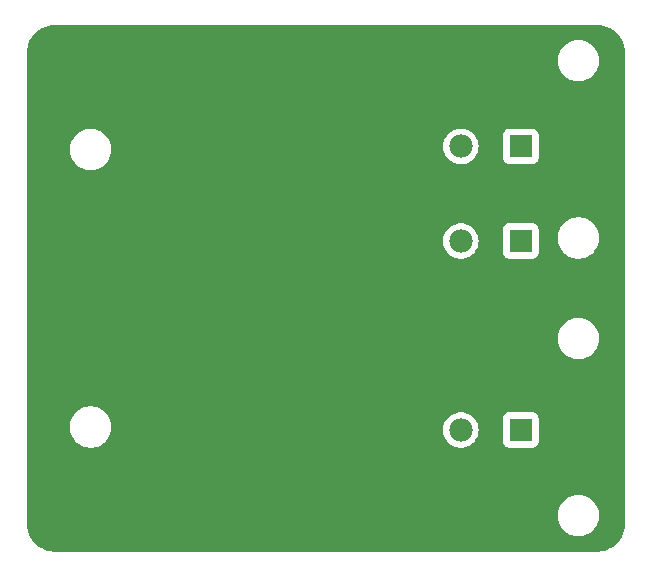
<source format=gbr>
%TF.GenerationSoftware,KiCad,Pcbnew,8.0.0*%
%TF.CreationDate,2024-04-01T22:39:33+02:00*%
%TF.ProjectId,Parkside_Contacts_Fused,5061726b-7369-4646-955f-436f6e746163,rev?*%
%TF.SameCoordinates,Original*%
%TF.FileFunction,Copper,L2,Bot*%
%TF.FilePolarity,Positive*%
%FSLAX46Y46*%
G04 Gerber Fmt 4.6, Leading zero omitted, Abs format (unit mm)*
G04 Created by KiCad (PCBNEW 8.0.0) date 2024-04-01 22:39:33*
%MOMM*%
%LPD*%
G01*
G04 APERTURE LIST*
%TA.AperFunction,ComponentPad*%
%ADD10C,1.980000*%
%TD*%
%TA.AperFunction,ComponentPad*%
%ADD11R,1.980000X1.980000*%
%TD*%
G04 APERTURE END LIST*
D10*
%TO.P,J3,1,Pin_1*%
%TO.N,GND*%
X112920000Y-139500000D03*
D11*
X118000000Y-139500000D03*
%TD*%
D10*
%TO.P,J2,1,Pin_1*%
%TO.N,unconnected-(J2-Pin_1-Pad1)_0*%
X112920000Y-123500000D03*
D11*
%TO.N,unconnected-(J2-Pin_1-Pad1)*%
X118000000Y-123500000D03*
%TD*%
D10*
%TO.P,J1,1,Pin_1*%
%TO.N,Net-(J1-Pin_1)*%
X112920000Y-115500000D03*
D11*
X118000000Y-115500000D03*
%TD*%
%TA.AperFunction,NonConductor*%
G36*
X124503736Y-105200726D02*
G01*
X124769690Y-105216813D01*
X124784551Y-105218617D01*
X125042938Y-105265968D01*
X125057463Y-105269549D01*
X125308251Y-105347698D01*
X125322242Y-105353003D01*
X125561798Y-105460818D01*
X125575044Y-105467771D01*
X125799852Y-105603672D01*
X125812163Y-105612170D01*
X126018949Y-105774176D01*
X126030157Y-105784106D01*
X126215893Y-105969842D01*
X126225823Y-105981050D01*
X126387825Y-106187830D01*
X126396331Y-106200153D01*
X126532225Y-106424949D01*
X126539184Y-106438208D01*
X126646994Y-106677752D01*
X126652303Y-106691753D01*
X126730448Y-106942529D01*
X126734032Y-106957068D01*
X126781381Y-107215447D01*
X126783186Y-107230311D01*
X126799274Y-107496263D01*
X126799500Y-107503750D01*
X126799500Y-147496249D01*
X126799274Y-147503736D01*
X126783186Y-147769688D01*
X126781381Y-147784552D01*
X126734032Y-148042931D01*
X126730448Y-148057470D01*
X126652303Y-148308246D01*
X126646994Y-148322247D01*
X126539184Y-148561791D01*
X126532225Y-148575050D01*
X126396331Y-148799846D01*
X126387825Y-148812169D01*
X126225823Y-149018949D01*
X126215893Y-149030157D01*
X126030157Y-149215893D01*
X126018949Y-149225823D01*
X125812169Y-149387825D01*
X125799846Y-149396331D01*
X125575050Y-149532225D01*
X125561791Y-149539184D01*
X125322247Y-149646994D01*
X125308246Y-149652303D01*
X125057470Y-149730448D01*
X125042931Y-149734032D01*
X124784552Y-149781381D01*
X124769688Y-149783186D01*
X124503736Y-149799274D01*
X124496249Y-149799500D01*
X78503751Y-149799500D01*
X78496264Y-149799274D01*
X78230311Y-149783186D01*
X78215447Y-149781381D01*
X77957068Y-149734032D01*
X77942529Y-149730448D01*
X77691753Y-149652303D01*
X77677752Y-149646994D01*
X77438208Y-149539184D01*
X77424949Y-149532225D01*
X77200153Y-149396331D01*
X77187830Y-149387825D01*
X76981050Y-149225823D01*
X76969842Y-149215893D01*
X76784106Y-149030157D01*
X76774176Y-149018949D01*
X76612174Y-148812169D01*
X76603672Y-148799852D01*
X76467771Y-148575044D01*
X76460818Y-148561798D01*
X76353003Y-148322242D01*
X76347696Y-148308246D01*
X76269549Y-148057463D01*
X76265967Y-148042931D01*
X76249498Y-147953063D01*
X76218617Y-147784551D01*
X76216813Y-147769688D01*
X76214086Y-147724612D01*
X76200726Y-147503736D01*
X76200500Y-147496249D01*
X76200500Y-146864741D01*
X121099500Y-146864741D01*
X121124446Y-147054215D01*
X121129452Y-147092238D01*
X121129453Y-147092240D01*
X121188842Y-147313887D01*
X121276650Y-147525876D01*
X121276657Y-147525890D01*
X121391392Y-147724617D01*
X121531081Y-147906661D01*
X121531089Y-147906670D01*
X121693330Y-148068911D01*
X121693338Y-148068918D01*
X121875382Y-148208607D01*
X121875385Y-148208608D01*
X121875388Y-148208611D01*
X122074112Y-148323344D01*
X122074117Y-148323346D01*
X122074123Y-148323349D01*
X122165480Y-148361190D01*
X122286113Y-148411158D01*
X122507762Y-148470548D01*
X122735266Y-148500500D01*
X122735273Y-148500500D01*
X122964727Y-148500500D01*
X122964734Y-148500500D01*
X123192238Y-148470548D01*
X123413887Y-148411158D01*
X123625888Y-148323344D01*
X123824612Y-148208611D01*
X124006661Y-148068919D01*
X124006665Y-148068914D01*
X124006670Y-148068911D01*
X124168911Y-147906670D01*
X124168914Y-147906665D01*
X124168919Y-147906661D01*
X124308611Y-147724612D01*
X124423344Y-147525888D01*
X124511158Y-147313887D01*
X124570548Y-147092238D01*
X124600500Y-146864734D01*
X124600500Y-146635266D01*
X124570548Y-146407762D01*
X124511158Y-146186113D01*
X124423344Y-145974112D01*
X124308611Y-145775388D01*
X124308608Y-145775385D01*
X124308607Y-145775382D01*
X124168918Y-145593338D01*
X124168911Y-145593330D01*
X124006670Y-145431089D01*
X124006661Y-145431081D01*
X123824617Y-145291392D01*
X123625890Y-145176657D01*
X123625876Y-145176650D01*
X123413887Y-145088842D01*
X123192238Y-145029452D01*
X123154215Y-145024446D01*
X122964741Y-144999500D01*
X122964734Y-144999500D01*
X122735266Y-144999500D01*
X122735258Y-144999500D01*
X122518715Y-145028009D01*
X122507762Y-145029452D01*
X122414076Y-145054554D01*
X122286112Y-145088842D01*
X122074123Y-145176650D01*
X122074109Y-145176657D01*
X121875382Y-145291392D01*
X121693338Y-145431081D01*
X121531081Y-145593338D01*
X121391392Y-145775382D01*
X121276657Y-145974109D01*
X121276650Y-145974123D01*
X121188842Y-146186112D01*
X121129453Y-146407759D01*
X121129451Y-146407770D01*
X121099500Y-146635258D01*
X121099500Y-146864741D01*
X76200500Y-146864741D01*
X76200500Y-139364741D01*
X79829500Y-139364741D01*
X79847308Y-139500000D01*
X79859452Y-139592238D01*
X79859453Y-139592240D01*
X79918842Y-139813887D01*
X80006650Y-140025876D01*
X80006657Y-140025890D01*
X80121392Y-140224617D01*
X80261081Y-140406661D01*
X80261089Y-140406670D01*
X80423330Y-140568911D01*
X80423338Y-140568918D01*
X80423339Y-140568919D01*
X80473962Y-140607764D01*
X80605382Y-140708607D01*
X80605385Y-140708608D01*
X80605388Y-140708611D01*
X80804112Y-140823344D01*
X80804117Y-140823346D01*
X80804123Y-140823349D01*
X80862543Y-140847547D01*
X81016113Y-140911158D01*
X81237762Y-140970548D01*
X81465266Y-141000500D01*
X81465273Y-141000500D01*
X81694727Y-141000500D01*
X81694734Y-141000500D01*
X81922238Y-140970548D01*
X82143887Y-140911158D01*
X82355888Y-140823344D01*
X82554612Y-140708611D01*
X82736661Y-140568919D01*
X82736665Y-140568914D01*
X82736670Y-140568911D01*
X82898911Y-140406670D01*
X82898914Y-140406665D01*
X82898919Y-140406661D01*
X83038611Y-140224612D01*
X83153344Y-140025888D01*
X83241158Y-139813887D01*
X83300548Y-139592238D01*
X83312691Y-139500005D01*
X111424392Y-139500005D01*
X111444789Y-139746165D01*
X111444789Y-139746168D01*
X111444790Y-139746169D01*
X111505428Y-139985623D01*
X111604652Y-140211831D01*
X111739755Y-140418621D01*
X111907052Y-140600355D01*
X111907055Y-140600357D01*
X111907058Y-140600360D01*
X112101971Y-140752067D01*
X112101977Y-140752071D01*
X112101980Y-140752073D01*
X112319221Y-140869638D01*
X112440162Y-140911157D01*
X112552846Y-140949842D01*
X112552848Y-140949842D01*
X112552850Y-140949843D01*
X112796494Y-140990500D01*
X112796495Y-140990500D01*
X113043505Y-140990500D01*
X113043506Y-140990500D01*
X113287150Y-140949843D01*
X113520779Y-140869638D01*
X113738020Y-140752073D01*
X113763380Y-140732335D01*
X113803476Y-140701126D01*
X113932948Y-140600355D01*
X113990469Y-140537870D01*
X116509500Y-140537870D01*
X116509501Y-140537876D01*
X116515908Y-140597483D01*
X116566202Y-140732328D01*
X116566206Y-140732335D01*
X116652452Y-140847544D01*
X116652455Y-140847547D01*
X116767664Y-140933793D01*
X116767671Y-140933797D01*
X116902517Y-140984091D01*
X116902516Y-140984091D01*
X116909444Y-140984835D01*
X116962127Y-140990500D01*
X119037872Y-140990499D01*
X119097483Y-140984091D01*
X119232331Y-140933796D01*
X119347546Y-140847546D01*
X119433796Y-140732331D01*
X119484091Y-140597483D01*
X119490500Y-140537873D01*
X119490499Y-138462128D01*
X119484091Y-138402517D01*
X119433796Y-138267669D01*
X119433795Y-138267668D01*
X119433793Y-138267664D01*
X119347547Y-138152455D01*
X119347544Y-138152452D01*
X119232335Y-138066206D01*
X119232328Y-138066202D01*
X119097482Y-138015908D01*
X119097483Y-138015908D01*
X119037883Y-138009501D01*
X119037881Y-138009500D01*
X119037873Y-138009500D01*
X119037864Y-138009500D01*
X116962129Y-138009500D01*
X116962123Y-138009501D01*
X116902516Y-138015908D01*
X116767671Y-138066202D01*
X116767664Y-138066206D01*
X116652455Y-138152452D01*
X116652452Y-138152455D01*
X116566206Y-138267664D01*
X116566202Y-138267671D01*
X116515908Y-138402517D01*
X116509501Y-138462116D01*
X116509501Y-138462123D01*
X116509500Y-138462135D01*
X116509500Y-140537870D01*
X113990469Y-140537870D01*
X114100245Y-140418621D01*
X114235348Y-140211831D01*
X114334572Y-139985623D01*
X114395210Y-139746169D01*
X114415608Y-139500000D01*
X114395210Y-139253831D01*
X114334572Y-139014377D01*
X114235348Y-138788169D01*
X114100245Y-138581379D01*
X113932948Y-138399645D01*
X113932943Y-138399641D01*
X113932941Y-138399639D01*
X113738028Y-138247932D01*
X113738022Y-138247928D01*
X113520780Y-138130362D01*
X113520771Y-138130359D01*
X113287153Y-138050157D01*
X113081907Y-138015908D01*
X113043506Y-138009500D01*
X112796494Y-138009500D01*
X112758093Y-138015908D01*
X112552846Y-138050157D01*
X112319228Y-138130359D01*
X112319219Y-138130362D01*
X112101977Y-138247928D01*
X112101971Y-138247932D01*
X111907058Y-138399639D01*
X111907055Y-138399642D01*
X111739752Y-138581382D01*
X111604650Y-138788172D01*
X111505428Y-139014376D01*
X111444789Y-139253834D01*
X111424392Y-139499994D01*
X111424392Y-139500005D01*
X83312691Y-139500005D01*
X83330500Y-139364734D01*
X83330500Y-139135266D01*
X83300548Y-138907762D01*
X83241158Y-138686113D01*
X83153344Y-138474112D01*
X83038611Y-138275388D01*
X83038608Y-138275385D01*
X83038607Y-138275382D01*
X82898918Y-138093338D01*
X82898911Y-138093330D01*
X82736670Y-137931089D01*
X82736661Y-137931081D01*
X82554617Y-137791392D01*
X82355890Y-137676657D01*
X82355876Y-137676650D01*
X82143887Y-137588842D01*
X81922238Y-137529452D01*
X81884215Y-137524446D01*
X81694741Y-137499500D01*
X81694734Y-137499500D01*
X81465266Y-137499500D01*
X81465258Y-137499500D01*
X81248715Y-137528009D01*
X81237762Y-137529452D01*
X81144076Y-137554554D01*
X81016112Y-137588842D01*
X80804123Y-137676650D01*
X80804109Y-137676657D01*
X80605382Y-137791392D01*
X80423338Y-137931081D01*
X80261081Y-138093338D01*
X80121392Y-138275382D01*
X80006657Y-138474109D01*
X80006650Y-138474123D01*
X79918842Y-138686112D01*
X79859453Y-138907759D01*
X79859451Y-138907770D01*
X79829500Y-139135258D01*
X79829500Y-139364741D01*
X76200500Y-139364741D01*
X76200500Y-131864741D01*
X121099500Y-131864741D01*
X121124446Y-132054215D01*
X121129452Y-132092238D01*
X121129453Y-132092240D01*
X121188842Y-132313887D01*
X121276650Y-132525876D01*
X121276657Y-132525890D01*
X121391392Y-132724617D01*
X121531081Y-132906661D01*
X121531089Y-132906670D01*
X121693330Y-133068911D01*
X121693338Y-133068918D01*
X121875382Y-133208607D01*
X121875385Y-133208608D01*
X121875388Y-133208611D01*
X122074112Y-133323344D01*
X122074117Y-133323346D01*
X122074123Y-133323349D01*
X122165480Y-133361190D01*
X122286113Y-133411158D01*
X122507762Y-133470548D01*
X122735266Y-133500500D01*
X122735273Y-133500500D01*
X122964727Y-133500500D01*
X122964734Y-133500500D01*
X123192238Y-133470548D01*
X123413887Y-133411158D01*
X123625888Y-133323344D01*
X123824612Y-133208611D01*
X124006661Y-133068919D01*
X124006665Y-133068914D01*
X124006670Y-133068911D01*
X124168911Y-132906670D01*
X124168914Y-132906665D01*
X124168919Y-132906661D01*
X124308611Y-132724612D01*
X124423344Y-132525888D01*
X124511158Y-132313887D01*
X124570548Y-132092238D01*
X124600500Y-131864734D01*
X124600500Y-131635266D01*
X124570548Y-131407762D01*
X124511158Y-131186113D01*
X124423344Y-130974112D01*
X124308611Y-130775388D01*
X124308608Y-130775385D01*
X124308607Y-130775382D01*
X124168918Y-130593338D01*
X124168911Y-130593330D01*
X124006670Y-130431089D01*
X124006661Y-130431081D01*
X123824617Y-130291392D01*
X123625890Y-130176657D01*
X123625876Y-130176650D01*
X123413887Y-130088842D01*
X123192238Y-130029452D01*
X123154215Y-130024446D01*
X122964741Y-129999500D01*
X122964734Y-129999500D01*
X122735266Y-129999500D01*
X122735258Y-129999500D01*
X122518715Y-130028009D01*
X122507762Y-130029452D01*
X122414076Y-130054554D01*
X122286112Y-130088842D01*
X122074123Y-130176650D01*
X122074109Y-130176657D01*
X121875382Y-130291392D01*
X121693338Y-130431081D01*
X121531081Y-130593338D01*
X121391392Y-130775382D01*
X121276657Y-130974109D01*
X121276650Y-130974123D01*
X121188842Y-131186112D01*
X121129453Y-131407759D01*
X121129451Y-131407770D01*
X121099500Y-131635258D01*
X121099500Y-131864741D01*
X76200500Y-131864741D01*
X76200500Y-123500005D01*
X111424392Y-123500005D01*
X111444789Y-123746165D01*
X111444789Y-123746168D01*
X111444790Y-123746169D01*
X111505428Y-123985623D01*
X111604652Y-124211831D01*
X111739755Y-124418621D01*
X111907052Y-124600355D01*
X111907055Y-124600357D01*
X111907058Y-124600360D01*
X112101971Y-124752067D01*
X112101977Y-124752071D01*
X112101980Y-124752073D01*
X112319221Y-124869638D01*
X112440162Y-124911157D01*
X112552846Y-124949842D01*
X112552848Y-124949842D01*
X112552850Y-124949843D01*
X112796494Y-124990500D01*
X112796495Y-124990500D01*
X113043505Y-124990500D01*
X113043506Y-124990500D01*
X113287150Y-124949843D01*
X113520779Y-124869638D01*
X113738020Y-124752073D01*
X113763380Y-124732335D01*
X113803476Y-124701126D01*
X113932948Y-124600355D01*
X113990469Y-124537870D01*
X116509500Y-124537870D01*
X116509501Y-124537876D01*
X116515908Y-124597483D01*
X116566202Y-124732328D01*
X116566206Y-124732335D01*
X116652452Y-124847544D01*
X116652455Y-124847547D01*
X116767664Y-124933793D01*
X116767671Y-124933797D01*
X116902517Y-124984091D01*
X116902516Y-124984091D01*
X116909444Y-124984835D01*
X116962127Y-124990500D01*
X119037872Y-124990499D01*
X119097483Y-124984091D01*
X119232331Y-124933796D01*
X119347546Y-124847546D01*
X119433796Y-124732331D01*
X119484091Y-124597483D01*
X119490500Y-124537873D01*
X119490499Y-123364741D01*
X121099500Y-123364741D01*
X121117308Y-123500000D01*
X121129452Y-123592238D01*
X121129453Y-123592240D01*
X121188842Y-123813887D01*
X121276650Y-124025876D01*
X121276657Y-124025890D01*
X121391392Y-124224617D01*
X121531081Y-124406661D01*
X121531089Y-124406670D01*
X121693330Y-124568911D01*
X121693338Y-124568918D01*
X121693339Y-124568919D01*
X121743962Y-124607764D01*
X121875382Y-124708607D01*
X121875385Y-124708608D01*
X121875388Y-124708611D01*
X122074112Y-124823344D01*
X122074117Y-124823346D01*
X122074123Y-124823349D01*
X122132543Y-124847547D01*
X122286113Y-124911158D01*
X122507762Y-124970548D01*
X122735266Y-125000500D01*
X122735273Y-125000500D01*
X122964727Y-125000500D01*
X122964734Y-125000500D01*
X123192238Y-124970548D01*
X123413887Y-124911158D01*
X123625888Y-124823344D01*
X123824612Y-124708611D01*
X124006661Y-124568919D01*
X124006665Y-124568914D01*
X124006670Y-124568911D01*
X124168911Y-124406670D01*
X124168914Y-124406665D01*
X124168919Y-124406661D01*
X124308611Y-124224612D01*
X124423344Y-124025888D01*
X124511158Y-123813887D01*
X124570548Y-123592238D01*
X124600500Y-123364734D01*
X124600500Y-123135266D01*
X124570548Y-122907762D01*
X124511158Y-122686113D01*
X124423344Y-122474112D01*
X124308611Y-122275388D01*
X124308608Y-122275385D01*
X124308607Y-122275382D01*
X124168918Y-122093338D01*
X124168911Y-122093330D01*
X124006670Y-121931089D01*
X124006661Y-121931081D01*
X123824617Y-121791392D01*
X123625890Y-121676657D01*
X123625876Y-121676650D01*
X123413887Y-121588842D01*
X123192238Y-121529452D01*
X123154215Y-121524446D01*
X122964741Y-121499500D01*
X122964734Y-121499500D01*
X122735266Y-121499500D01*
X122735258Y-121499500D01*
X122518715Y-121528009D01*
X122507762Y-121529452D01*
X122414076Y-121554554D01*
X122286112Y-121588842D01*
X122074123Y-121676650D01*
X122074109Y-121676657D01*
X121875382Y-121791392D01*
X121693338Y-121931081D01*
X121531081Y-122093338D01*
X121391392Y-122275382D01*
X121276657Y-122474109D01*
X121276650Y-122474123D01*
X121188842Y-122686112D01*
X121129453Y-122907759D01*
X121129451Y-122907770D01*
X121099500Y-123135258D01*
X121099500Y-123364741D01*
X119490499Y-123364741D01*
X119490499Y-122462128D01*
X119484091Y-122402517D01*
X119433796Y-122267669D01*
X119433795Y-122267668D01*
X119433793Y-122267664D01*
X119347547Y-122152455D01*
X119347544Y-122152452D01*
X119232335Y-122066206D01*
X119232328Y-122066202D01*
X119097482Y-122015908D01*
X119097483Y-122015908D01*
X119037883Y-122009501D01*
X119037881Y-122009500D01*
X119037873Y-122009500D01*
X119037864Y-122009500D01*
X116962129Y-122009500D01*
X116962123Y-122009501D01*
X116902516Y-122015908D01*
X116767671Y-122066202D01*
X116767664Y-122066206D01*
X116652455Y-122152452D01*
X116652452Y-122152455D01*
X116566206Y-122267664D01*
X116566202Y-122267671D01*
X116515908Y-122402517D01*
X116509501Y-122462116D01*
X116509501Y-122462123D01*
X116509500Y-122462135D01*
X116509500Y-124537870D01*
X113990469Y-124537870D01*
X114100245Y-124418621D01*
X114235348Y-124211831D01*
X114334572Y-123985623D01*
X114395210Y-123746169D01*
X114415608Y-123500000D01*
X114395210Y-123253831D01*
X114334572Y-123014377D01*
X114235348Y-122788169D01*
X114100245Y-122581379D01*
X113932948Y-122399645D01*
X113932943Y-122399641D01*
X113932941Y-122399639D01*
X113738028Y-122247932D01*
X113738022Y-122247928D01*
X113520780Y-122130362D01*
X113520771Y-122130359D01*
X113287153Y-122050157D01*
X113081907Y-122015908D01*
X113043506Y-122009500D01*
X112796494Y-122009500D01*
X112758093Y-122015908D01*
X112552846Y-122050157D01*
X112319228Y-122130359D01*
X112319219Y-122130362D01*
X112101977Y-122247928D01*
X112101971Y-122247932D01*
X111907058Y-122399639D01*
X111907055Y-122399642D01*
X111739752Y-122581382D01*
X111604650Y-122788172D01*
X111505428Y-123014376D01*
X111444789Y-123253834D01*
X111424392Y-123499994D01*
X111424392Y-123500005D01*
X76200500Y-123500005D01*
X76200500Y-115864741D01*
X79829500Y-115864741D01*
X79854446Y-116054215D01*
X79859452Y-116092238D01*
X79918842Y-116313887D01*
X80006650Y-116525876D01*
X80006657Y-116525890D01*
X80121392Y-116724617D01*
X80261081Y-116906661D01*
X80261089Y-116906670D01*
X80423330Y-117068911D01*
X80423338Y-117068918D01*
X80605382Y-117208607D01*
X80605385Y-117208608D01*
X80605388Y-117208611D01*
X80804112Y-117323344D01*
X80804117Y-117323346D01*
X80804123Y-117323349D01*
X80895480Y-117361190D01*
X81016113Y-117411158D01*
X81237762Y-117470548D01*
X81465266Y-117500500D01*
X81465273Y-117500500D01*
X81694727Y-117500500D01*
X81694734Y-117500500D01*
X81922238Y-117470548D01*
X82143887Y-117411158D01*
X82355888Y-117323344D01*
X82554612Y-117208611D01*
X82736661Y-117068919D01*
X82736665Y-117068914D01*
X82736670Y-117068911D01*
X82898911Y-116906670D01*
X82898914Y-116906665D01*
X82898919Y-116906661D01*
X83038611Y-116724612D01*
X83153344Y-116525888D01*
X83241158Y-116313887D01*
X83300548Y-116092238D01*
X83330500Y-115864734D01*
X83330500Y-115635266D01*
X83312692Y-115500005D01*
X111424392Y-115500005D01*
X111444789Y-115746165D01*
X111505428Y-115985623D01*
X111552194Y-116092240D01*
X111604652Y-116211831D01*
X111739755Y-116418621D01*
X111907052Y-116600355D01*
X111907055Y-116600357D01*
X111907058Y-116600360D01*
X112101971Y-116752067D01*
X112101977Y-116752071D01*
X112101980Y-116752073D01*
X112319221Y-116869638D01*
X112440536Y-116911285D01*
X112552846Y-116949842D01*
X112552848Y-116949842D01*
X112552850Y-116949843D01*
X112796494Y-116990500D01*
X112796495Y-116990500D01*
X113043505Y-116990500D01*
X113043506Y-116990500D01*
X113287150Y-116949843D01*
X113520779Y-116869638D01*
X113738020Y-116752073D01*
X113763380Y-116732335D01*
X113803476Y-116701126D01*
X113932948Y-116600355D01*
X113990469Y-116537870D01*
X116509500Y-116537870D01*
X116509501Y-116537876D01*
X116515908Y-116597483D01*
X116566202Y-116732328D01*
X116566206Y-116732335D01*
X116652452Y-116847544D01*
X116652455Y-116847547D01*
X116767664Y-116933793D01*
X116767671Y-116933797D01*
X116902517Y-116984091D01*
X116902516Y-116984091D01*
X116909444Y-116984835D01*
X116962127Y-116990500D01*
X119037872Y-116990499D01*
X119097483Y-116984091D01*
X119232331Y-116933796D01*
X119347546Y-116847546D01*
X119433796Y-116732331D01*
X119484091Y-116597483D01*
X119490500Y-116537873D01*
X119490499Y-114462128D01*
X119484091Y-114402517D01*
X119433796Y-114267669D01*
X119433795Y-114267668D01*
X119433793Y-114267664D01*
X119347547Y-114152455D01*
X119347544Y-114152452D01*
X119232335Y-114066206D01*
X119232328Y-114066202D01*
X119097482Y-114015908D01*
X119097483Y-114015908D01*
X119037883Y-114009501D01*
X119037881Y-114009500D01*
X119037873Y-114009500D01*
X119037864Y-114009500D01*
X116962129Y-114009500D01*
X116962123Y-114009501D01*
X116902516Y-114015908D01*
X116767671Y-114066202D01*
X116767664Y-114066206D01*
X116652455Y-114152452D01*
X116652452Y-114152455D01*
X116566206Y-114267664D01*
X116566202Y-114267671D01*
X116515908Y-114402517D01*
X116509501Y-114462116D01*
X116509501Y-114462123D01*
X116509500Y-114462135D01*
X116509500Y-116537870D01*
X113990469Y-116537870D01*
X114100245Y-116418621D01*
X114235348Y-116211831D01*
X114334572Y-115985623D01*
X114395210Y-115746169D01*
X114415608Y-115500000D01*
X114395210Y-115253831D01*
X114334572Y-115014377D01*
X114235348Y-114788169D01*
X114100245Y-114581379D01*
X113932948Y-114399645D01*
X113932943Y-114399641D01*
X113932941Y-114399639D01*
X113738028Y-114247932D01*
X113738022Y-114247928D01*
X113520780Y-114130362D01*
X113520771Y-114130359D01*
X113287153Y-114050157D01*
X113081907Y-114015908D01*
X113043506Y-114009500D01*
X112796494Y-114009500D01*
X112758093Y-114015908D01*
X112552846Y-114050157D01*
X112319228Y-114130359D01*
X112319219Y-114130362D01*
X112101977Y-114247928D01*
X112101971Y-114247932D01*
X111907058Y-114399639D01*
X111907055Y-114399642D01*
X111739752Y-114581382D01*
X111604650Y-114788172D01*
X111505428Y-115014376D01*
X111444789Y-115253834D01*
X111424392Y-115499994D01*
X111424392Y-115500005D01*
X83312692Y-115500005D01*
X83300548Y-115407762D01*
X83241158Y-115186113D01*
X83191190Y-115065480D01*
X83153349Y-114974123D01*
X83153346Y-114974117D01*
X83153344Y-114974112D01*
X83038611Y-114775388D01*
X83038608Y-114775385D01*
X83038607Y-114775382D01*
X82898918Y-114593338D01*
X82898911Y-114593330D01*
X82736670Y-114431089D01*
X82736661Y-114431081D01*
X82554617Y-114291392D01*
X82355890Y-114176657D01*
X82355876Y-114176650D01*
X82143887Y-114088842D01*
X82059407Y-114066206D01*
X81922238Y-114029452D01*
X81884215Y-114024446D01*
X81694741Y-113999500D01*
X81694734Y-113999500D01*
X81465266Y-113999500D01*
X81465258Y-113999500D01*
X81248715Y-114028009D01*
X81237762Y-114029452D01*
X81160489Y-114050157D01*
X81016112Y-114088842D01*
X80804123Y-114176650D01*
X80804109Y-114176657D01*
X80605382Y-114291392D01*
X80423338Y-114431081D01*
X80261081Y-114593338D01*
X80121392Y-114775382D01*
X80006657Y-114974109D01*
X80006650Y-114974123D01*
X79918842Y-115186112D01*
X79859453Y-115407759D01*
X79859451Y-115407770D01*
X79829500Y-115635258D01*
X79829500Y-115864741D01*
X76200500Y-115864741D01*
X76200500Y-108364741D01*
X121099500Y-108364741D01*
X121124446Y-108554215D01*
X121129452Y-108592238D01*
X121129453Y-108592240D01*
X121188842Y-108813887D01*
X121276650Y-109025876D01*
X121276657Y-109025890D01*
X121391392Y-109224617D01*
X121531081Y-109406661D01*
X121531089Y-109406670D01*
X121693330Y-109568911D01*
X121693338Y-109568918D01*
X121875382Y-109708607D01*
X121875385Y-109708608D01*
X121875388Y-109708611D01*
X122074112Y-109823344D01*
X122074117Y-109823346D01*
X122074123Y-109823349D01*
X122165480Y-109861190D01*
X122286113Y-109911158D01*
X122507762Y-109970548D01*
X122735266Y-110000500D01*
X122735273Y-110000500D01*
X122964727Y-110000500D01*
X122964734Y-110000500D01*
X123192238Y-109970548D01*
X123413887Y-109911158D01*
X123625888Y-109823344D01*
X123824612Y-109708611D01*
X124006661Y-109568919D01*
X124006665Y-109568914D01*
X124006670Y-109568911D01*
X124168911Y-109406670D01*
X124168914Y-109406665D01*
X124168919Y-109406661D01*
X124308611Y-109224612D01*
X124423344Y-109025888D01*
X124511158Y-108813887D01*
X124570548Y-108592238D01*
X124600500Y-108364734D01*
X124600500Y-108135266D01*
X124570548Y-107907762D01*
X124511158Y-107686113D01*
X124435621Y-107503750D01*
X124423349Y-107474123D01*
X124423346Y-107474117D01*
X124423344Y-107474112D01*
X124308611Y-107275388D01*
X124308608Y-107275385D01*
X124308607Y-107275382D01*
X124168918Y-107093338D01*
X124168911Y-107093330D01*
X124006670Y-106931089D01*
X124006661Y-106931081D01*
X123824617Y-106791392D01*
X123625890Y-106676657D01*
X123625876Y-106676650D01*
X123413887Y-106588842D01*
X123192238Y-106529452D01*
X123154215Y-106524446D01*
X122964741Y-106499500D01*
X122964734Y-106499500D01*
X122735266Y-106499500D01*
X122735258Y-106499500D01*
X122518715Y-106528009D01*
X122507762Y-106529452D01*
X122414076Y-106554554D01*
X122286112Y-106588842D01*
X122074123Y-106676650D01*
X122074109Y-106676657D01*
X121875382Y-106791392D01*
X121693338Y-106931081D01*
X121531081Y-107093338D01*
X121391392Y-107275382D01*
X121276657Y-107474109D01*
X121276650Y-107474123D01*
X121188842Y-107686112D01*
X121129453Y-107907759D01*
X121129451Y-107907770D01*
X121099500Y-108135258D01*
X121099500Y-108364741D01*
X76200500Y-108364741D01*
X76200500Y-107503750D01*
X76200726Y-107496263D01*
X76202912Y-107460118D01*
X76216813Y-107230307D01*
X76218618Y-107215447D01*
X76240995Y-107093338D01*
X76265969Y-106957057D01*
X76269548Y-106942539D01*
X76347699Y-106691743D01*
X76353001Y-106677762D01*
X76460822Y-106438194D01*
X76467767Y-106424961D01*
X76603677Y-106200139D01*
X76612164Y-106187843D01*
X76774183Y-105981041D01*
X76784098Y-105969850D01*
X76969850Y-105784098D01*
X76981041Y-105774183D01*
X77187843Y-105612164D01*
X77200139Y-105603677D01*
X77424961Y-105467767D01*
X77438194Y-105460822D01*
X77677762Y-105353001D01*
X77691743Y-105347699D01*
X77942539Y-105269548D01*
X77957057Y-105265969D01*
X78215450Y-105218617D01*
X78230307Y-105216813D01*
X78496264Y-105200726D01*
X78503751Y-105200500D01*
X78539882Y-105200500D01*
X124460118Y-105200500D01*
X124496249Y-105200500D01*
X124503736Y-105200726D01*
G37*
%TD.AperFunction*%
M02*

</source>
